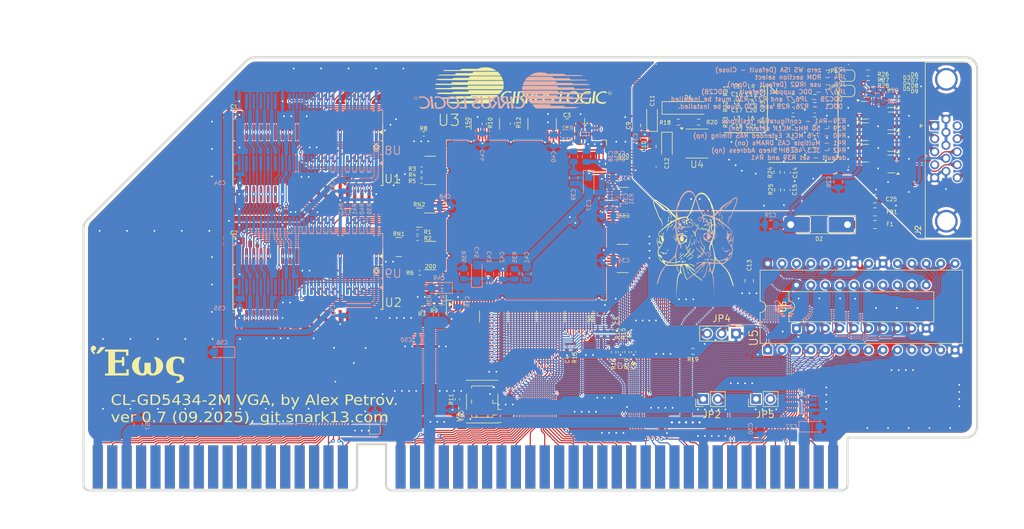
<source format=kicad_pcb>
(kicad_pcb
	(version 20241229)
	(generator "pcbnew")
	(generator_version "9.0")
	(general
		(thickness 1.6)
		(legacy_teardrops no)
	)
	(paper "A4")
	(title_block
		(title "Eos - Cirrus Logic CL5434-2M ISA VGA Card")
		(date "2025-08-09")
		(rev "1.0.2")
		(company "Alexander Petrov")
	)
	(layers
		(0 "F.Cu" signal)
		(2 "B.Cu" signal)
		(9 "F.Adhes" user "F.Adhesive")
		(11 "B.Adhes" user "B.Adhesive")
		(13 "F.Paste" user)
		(15 "B.Paste" user)
		(5 "F.SilkS" user "F.Silkscreen")
		(7 "B.SilkS" user "B.Silkscreen")
		(1 "F.Mask" user)
		(3 "B.Mask" user)
		(17 "Dwgs.User" user "User.Drawings")
		(19 "Cmts.User" user "User.Comments")
		(21 "Eco1.User" user "User.Eco1")
		(23 "Eco2.User" user "User.Eco2")
		(25 "Edge.Cuts" user)
		(27 "Margin" user)
		(31 "F.CrtYd" user "F.Courtyard")
		(29 "B.CrtYd" user "B.Courtyard")
		(35 "F.Fab" user)
		(33 "B.Fab" user)
	)
	(setup
		(stackup
			(layer "F.SilkS"
				(type "Top Silk Screen")
				(color "White")
			)
			(layer "F.Paste"
				(type "Top Solder Paste")
			)
			(layer "F.Mask"
				(type "Top Solder Mask")
				(color "Blue")
				(thickness 0.01)
			)
			(layer "F.Cu"
				(type "copper")
				(thickness 0.035)
			)
			(layer "dielectric 1"
				(type "core")
				(color "FR4 natural")
				(thickness 1.51)
				(material "FR4")
				(epsilon_r 4.5)
				(loss_tangent 0.02)
			)
			(layer "B.Cu"
				(type "copper")
				(thickness 0.035)
			)
			(layer "B.Mask"
				(type "Bottom Solder Mask")
				(color "Blue")
				(thickness 0.01)
			)
			(layer "B.Paste"
				(type "Bottom Solder Paste")
			)
			(layer "B.SilkS"
				(type "Bottom Silk Screen")
				(color "White")
			)
			(copper_finish "ENIG")
			(dielectric_constraints no)
		)
		(pad_to_mask_clearance 0)
		(allow_soldermask_bridges_in_footprints yes)
		(tenting front back)
		(pcbplotparams
			(layerselection 0x00000000_00000000_55555555_575555ff)
			(plot_on_all_layers_selection 0x00000000_00000000_00000000_02000000)
			(disableapertmacros no)
			(usegerberextensions yes)
			(usegerberattributes yes)
			(usegerberadvancedattributes yes)
			(creategerberjobfile yes)
			(dashed_line_dash_ratio 12.000000)
			(dashed_line_gap_ratio 3.000000)
			(svgprecision 4)
			(plotframeref no)
			(mode 1)
			(useauxorigin no)
			(hpglpennumber 1)
			(hpglpenspeed 20)
			(hpglpendiameter 15.000000)
			(pdf_front_fp_property_popups yes)
			(pdf_back_fp_property_popups yes)
			(pdf_metadata yes)
			(pdf_single_document no)
			(dxfpolygonmode yes)
			(dxfimperialunits yes)
			(dxfusepcbnewfont yes)
			(psnegative no)
			(psa4output no)
			(plot_black_and_white yes)
			(sketchpadsonfab no)
			(plotpadnumbers no)
			(hidednponfab no)
			(sketchdnponfab yes)
			(crossoutdnponfab yes)
			(subtractmaskfromsilk yes)
			(outputformat 1)
			(mirror no)
			(drillshape 0)
			(scaleselection 1)
			(outputdirectory "out/eos-0.3/")
		)
	)
	(net 0 "")
	(net 1 "/MD16")
	(net 2 "/MD17")
	(net 3 "/MD18")
	(net 4 "/MD19")
	(net 5 "/MD20")
	(net 6 "/MD21")
	(net 7 "/MD22")
	(net 8 "/MD23")
	(net 9 "/MD24")
	(net 10 "/MD25")
	(net 11 "/MD26")
	(net 12 "/MD27")
	(net 13 "/MD28")
	(net 14 "/MD29")
	(net 15 "/MD30")
	(net 16 "/MD31")
	(net 17 "/SD0")
	(net 18 "/SD1")
	(net 19 "/SD2")
	(net 20 "/SD3")
	(net 21 "/SD4")
	(net 22 "/SD5")
	(net 23 "/SD6")
	(net 24 "/SD7")
	(net 25 "/SD8")
	(net 26 "/SD9")
	(net 27 "/SD10")
	(net 28 "/SD11")
	(net 29 "/SD12")
	(net 30 "/SD13")
	(net 31 "/SD14")
	(net 32 "/SD15")
	(net 33 "/RESET")
	(net 34 "/LA23")
	(net 35 "/IOCHRDY")
	(net 36 "/LA22")
	(net 37 "/AEN")
	(net 38 "/BALE")
	(net 39 "/LA21")
	(net 40 "/LA20")
	(net 41 "/LA19")
	(net 42 "/LA18")
	(net 43 "/LA17")
	(net 44 "/SA16")
	(net 45 "/SA15")
	(net 46 "/SA14")
	(net 47 "/SA13")
	(net 48 "/SA12")
	(net 49 "/SA11")
	(net 50 "/SA10")
	(net 51 "/SA9")
	(net 52 "/SA8")
	(net 53 "/SA7")
	(net 54 "/SA6")
	(net 55 "/SA5")
	(net 56 "/SA4")
	(net 57 "/SA3")
	(net 58 "/SA2")
	(net 59 "/SA1")
	(net 60 "/SA0")
	(net 61 "/MD0")
	(net 62 "/MD1")
	(net 63 "/MD2")
	(net 64 "/MD3")
	(net 65 "/MD4")
	(net 66 "/MD5")
	(net 67 "/MD6")
	(net 68 "/MD7")
	(net 69 "VCC")
	(net 70 "RED")
	(net 71 "GREEN")
	(net 72 "BLUE")
	(net 73 "Net-(D1-A)")
	(net 74 "Net-(F1-Pad1)")
	(net 75 "MFILVDD")
	(net 76 "DACVSS")
	(net 77 "DACVDD")
	(net 78 "IREF")
	(net 79 "VFILVDD")
	(net 80 "MFILTER")
	(net 81 "VFILTER")
	(net 82 "/~{MEMW}")
	(net 83 "/~{MEMR}")
	(net 84 "/~{CAS3}")
	(net 85 "/~{IOR}")
	(net 86 "/~{CAS2}")
	(net 87 "/~{CAS0}")
	(net 88 "/~{WE}")
	(net 89 "/~{EROM}")
	(net 90 "/~{IOCS16}")
	(net 91 "/~{MCS16}")
	(net 92 "/~{SBHE}")
	(net 93 "/~{REFRESH}")
	(net 94 "/~{IOW}")
	(net 95 "/0WS")
	(net 96 "VSYNC")
	(net 97 "HSYNC")
	(net 98 "/RMA1")
	(net 99 "/RMA6")
	(net 100 "/RMA5")
	(net 101 "/RMA7")
	(net 102 "/RMA2")
	(net 103 "/RMA8")
	(net 104 "/RMA4")
	(net 105 "/~{RASM1}")
	(net 106 "/RMA3")
	(net 107 "/RMA0")
	(net 108 "/~{CAS4}")
	(net 109 "/MD38")
	(net 110 "/MD15")
	(net 111 "/MD14")
	(net 112 "/MD13")
	(net 113 "/MD12")
	(net 114 "/MD11")
	(net 115 "/MD10")
	(net 116 "/MD9")
	(net 117 "/MD8")
	(net 118 "/~{CAS5}")
	(net 119 "/MD34")
	(net 120 "/MD39")
	(net 121 "/MD43")
	(net 122 "/MD45")
	(net 123 "/MD44")
	(net 124 "/MD32")
	(net 125 "/MD35")
	(net 126 "/BOSC")
	(net 127 "unconnected-(J1--5V-Pad5)")
	(net 128 "unconnected-(J1-DRQ2-Pad6)")
	(net 129 "unconnected-(J1--12V-Pad7)")
	(net 130 "Net-(J1-UNUSED)")
	(net 131 "unconnected-(J1-+12V-Pad9)")
	(net 132 "unconnected-(J1-~{DACK3}-Pad15)")
	(net 133 "unconnected-(J1-DRQ3-Pad16)")
	(net 134 "unconnected-(J1-~{DACK1}-Pad17)")
	(net 135 "unconnected-(J1-DRQ1-Pad18)")
	(net 136 "unconnected-(J1-CLK-Pad20)")
	(net 137 "unconnected-(J1-IRQ7-Pad21)")
	(net 138 "unconnected-(J1-IRQ6-Pad22)")
	(net 139 "unconnected-(J1-IRQ5-Pad23)")
	(net 140 "unconnected-(J1-IRQ4-Pad24)")
	(net 141 "unconnected-(J1-IRQ3-Pad25)")
	(net 142 "unconnected-(J1-~{DACK2}-Pad26)")
	(net 143 "unconnected-(J1-TC-Pad27)")
	(net 144 "unconnected-(J1-IO-Pad32)")
	(net 145 "unconnected-(J1-BA19-Pad43)")
	(net 146 "unconnected-(J1-BA18-Pad44)")
	(net 147 "unconnected-(J1-BA17-Pad45)")
	(net 148 "unconnected-(J1-IRQ10-Pad65)")
	(net 149 "unconnected-(J1-IRQ11-Pad66)")
	(net 150 "unconnected-(J1-IRQ12-Pad67)")
	(net 151 "unconnected-(J1-IRQ15-Pad68)")
	(net 152 "unconnected-(J1-IRQ14-Pad69)")
	(net 153 "unconnected-(J1-~{DACK0}-Pad70)")
	(net 154 "unconnected-(J1-DRQ0-Pad71)")
	(net 155 "unconnected-(J1-~{DACK5}-Pad72)")
	(net 156 "unconnected-(J1-DRQ5-Pad73)")
	(net 157 "unconnected-(J1-~{DACK6}-Pad74)")
	(net 158 "unconnected-(J1-DRQ6-Pad75)")
	(net 159 "unconnected-(J1-~{DACK7}-Pad76)")
	(net 160 "unconnected-(J1-DRQ7-Pad77)")
	(net 161 "unconnected-(J1-MASTER-Pad79)")
	(net 162 "unconnected-(J1-~{MEMR}-Pad89)")
	(net 163 "unconnected-(J1-~{MEMW}-Pad90)")
	(net 164 "unconnected-(J2-Pad4)")
	(net 165 "unconnected-(J2-Pad11)")
	(net 166 "unconnected-(U1-NC-Pad11)")
	(net 167 "unconnected-(U1-NC-Pad12)")
	(net 168 "unconnected-(U1-NC-Pad15)")
	(net 169 "unconnected-(U1-NC-Pad30)")
	(net 170 "/MD41")
	(net 171 "/MD40")
	(net 172 "/MD42")
	(net 173 "/MD46")
	(net 174 "/MD47")
	(net 175 "GND")
	(net 176 "/MD37")
	(net 177 "/MD36")
	(net 178 "/MD33")
	(net 179 "Net-(U3-~{IOW})")
	(net 180 "Net-(U3-~{IOR})")
	(net 181 "Net-(U3-~{MEMR})")
	(net 182 "Net-(U3-~{MEMW})")
	(net 183 "/MD49")
	(net 184 "/MD52")
	(net 185 "/MD55")
	(net 186 "Net-(J1-IRQ2)")
	(net 187 "/IRQ2")
	(net 188 "Net-(C14-Pad1)")
	(net 189 "Net-(C15-Pad1)")
	(net 190 "Net-(C41-Pad1)")
	(net 191 "Net-(C19-Pad1)")
	(net 192 "Net-(C20-Pad1)")
	(net 193 "Net-(C21-Pad1)")
	(net 194 "Net-(C22-Pad1)")
	(net 195 "Net-(C23-Pad1)")
	(net 196 "Net-(C24-Pad1)")
	(net 197 "Net-(C25-Pad1)")
	(net 198 "Net-(C35-Pad1)")
	(net 199 "Net-(D2-K)")
	(net 200 "Net-(D3-K-Pad3)")
	(net 201 "Net-(D6-K-Pad3)")
	(net 202 "Net-(JP4-B)")
	(net 203 "Net-(JP4-C)")
	(net 204 "Net-(JP6-Pad2)")
	(net 205 "Net-(JP7-Pad2)")
	(net 206 "Net-(U3-MA3)")
	(net 207 "Net-(U3-MA4)")
	(net 208 "Net-(U3-~{CAS7})")
	(net 209 "Net-(U3-~{WE})")
	(net 210 "Net-(U3-~{RAS1})")
	(net 211 "Net-(U3-~{CAS5})")
	(net 212 "Net-(U3-~{CAS0})")
	(net 213 "/MD56")
	(net 214 "/MD51")
	(net 215 "/MD61")
	(net 216 "/MD59")
	(net 217 "/MD48")
	(net 218 "/MD63")
	(net 219 "/MD60")
	(net 220 "/MD57")
	(net 221 "/MD53")
	(net 222 "unconnected-(U2-NC-Pad11)")
	(net 223 "unconnected-(U2-NC-Pad30)")
	(net 224 "unconnected-(U2-NC-Pad15)")
	(net 225 "unconnected-(U2-NC-Pad12)")
	(net 226 "/MD54")
	(net 227 "/MD58")
	(net 228 "/MD50")
	(net 229 "/MD62")
	(net 230 "Net-(U3-~{CAS1})")
	(net 231 "Net-(U3-~{CAS4})")
	(net 232 "Net-(U3-~{CAS2})")
	(net 233 "Net-(U3-~{CAS3})")
	(net 234 "Net-(R14-Pad1)")
	(net 235 "Net-(R18-Pad2)")
	(net 236 "Net-(U3-~{TWR})")
	(net 237 "unconnected-(U3-RESERVED-Pad108)")
	(net 238 "unconnected-(U3-DCLK-Pad125)")
	(net 239 "unconnected-(U3-~{RAS0}{slash}~{OE}-Pad169)")
	(net 240 "unconnected-(U3-RESERVED-Pad61)")
	(net 241 "unconnected-(U3-RESERVED-Pad55)")
	(net 242 "unconnected-(U3-RESERVED-Pad62)")
	(net 243 "unconnected-(U3-~{BLANK}-Pad126)")
	(net 244 "unconnected-(U3-~{EVIDEO}-Pad120)")
	(net 245 "unconnected-(U3-RESERVED-Pad60)")
	(net 246 "unconnected-(U3-RESERVED-Pad59)")
	(net 247 "unconnected-(U3-RESERVED-Pad70)")
	(net 248 "unconnected-(U3-RESERVED-Pad68)")
	(net 249 "unconnected-(U3-RESERVED-Pad58)")
	(net 250 "unconnected-(U3-~{OVWR}-Pad109)")
	(net 251 "unconnected-(U3-P6-Pad117)")
	(net 252 "unconnected-(U3-P3-Pad113)")
	(net 253 "unconnected-(U3-P2-Pad112)")
	(net 254 "unconnected-(U3-P5-Pad116)")
	(net 255 "/~{RESET}")
	(net 256 "unconnected-(U3-RESERVED-Pad69)")
	(net 257 "unconnected-(U3-RESERVED-Pad63)")
	(net 258 "unconnected-(U3-P4-Pad115)")
	(net 259 "unconnected-(U3-P0-Pad110)")
	(net 260 "/OSC")
	(net 261 "unconnected-(Y&apos;1-NC-Pad1)")
	(net 262 "unconnected-(U3-RESERVED-Pad56)")
	(net 263 "/~{CAS1}")
	(net 264 "/~{CAS7}")
	(net 265 "/~{CAS6}")
	(net 266 "unconnected-(U3-P7-Pad118)")
	(net 267 "VDD")
	(net 268 "unconnected-(U3-RESERVED-Pad57)")
	(net 269 "/EECS")
	(net 270 "unconnected-(U3-MA9-Pad190)")
	(net 271 "/EEDI")
	(net 272 "unconnected-(U3-~{ESYNC}-Pad123)")
	(net 273 "/P1")
	(net 274 "unconnected-(U3-RESERVED-Pad54)")
	(net 275 "unconnected-(U3-MCLK-Pad16)")
	(net 276 "unconnected-(U3-~{EDCLK}-Pad122)")
	(net 277 "Net-(U5-D4)")
	(net 278 "Net-(U5-D7)")
	(net 279 "Net-(U5-D1)")
	(net 280 "Net-(U5-D5)")
	(net 281 "Net-(U5-D0)")
	(net 282 "Net-(U5-D3)")
	(net 283 "Net-(RN2B-R2.1)")
	(net 284 "Net-(RN2C-R3.1)")
	(net 285 "Net-(RN2D-R4.1)")
	(net 286 "Net-(RN2A-R1.1)")
	(net 287 "Net-(U5-D6)")
	(net 288 "Net-(U5-D2)")
	(net 289 "unconnected-(U8-NC-Pad15)")
	(net 290 "unconnected-(U8-NC-Pad12)")
	(net 291 "GNDREF")
	(net 292 "unconnected-(U8-NC-Pad30)")
	(net 293 "unconnected-(U8-NC-Pad11)")
	(net 294 "unconnected-(U9-NC-Pad11)")
	(net 295 "unconnected-(U9-NC-Pad15)")
	(net 296 "unconnected-(U9-NC-Pad30)")
	(net 297 "unconnected-(U9-NC-Pad12)")
	(net 298 "unconnected-(Y1-NC-Pad1)")
	(net 299 "Net-(RN1D-R4.1)")
	(net 300 "Net-(RN1A-R1.1)")
	(net 301 "Net-(RN1B-R2.1)")
	(net 302 "Net-(RN1C-R3.1)")
	(footprint "Package_SO_J-Lead:SOJ-40-Socket-LongPads" (layer "F.Cu") (at 112.59 78.602 180))
	(footprint "Package_SO_J-Lead:SOJ-40-Socket-LongPads" (layer "F.Cu") (at 112.59 56.775 180))
	(footprint "Connector_PinHeader_2.54mm:PinHeader_1x02_P2.54mm_Vertical" (layer "F.Cu") (at 182.9 98.2 90))
	(footprint "Capacitor_SMD:C_0805_2012Metric" (layer "F.Cu") (at 171.125 50.025 90))
	(footprint "Capacitor_SMD:C_0805_2012Metric" (layer "F.Cu") (at 158.875 49.575 180))
	(footprint "Capacitor_SMD:C_0603_1608Metric" (layer "F.Cu") (at 197.685 61.4 90))
	(footprint "Capacitor_SMD:C_0805_2012Metric" (layer "F.Cu") (at 173.85 53.7 -90))
	(footprint "Capacitor_Tantalum_SMD:CP_EIA-3216-18_Kemet-A" (layer "F.Cu") (at 173.875 48.75 90))
	(footprint "Capacitor_SMD:C_0805_2012Metric" (layer "F.Cu") (at 100.225 70.35 180))
	(footprint "Capacitor_SMD:C_0805_2012Metric" (layer "F.Cu") (at 191 77.35 -90))
	(footprint "Capacitor_SMD:C_0805_2012Metric" (layer "F.Cu") (at 213.1314 62.9158 180))
	(footprint "Diode_SMD:D_MELF-RM10_Universal_Handsoldering" (layer "F.Cu") (at 203.31 67.475 180))
	(footprint "Fuse:Fuse_0805_2012Metric_Pad1.15x1.40mm_HandSolder" (layer "F.Cu") (at 213.15 67.475 180))
	(footprint "Inductor_SMD:L_0805_2012Metric_Pad1.15x1.40mm_HandSolder" (layer "F.Cu") (at 213.15 65.225 180))
	(footprint "Resistor_SMD:R_0603_1608Metric" (layer "F.Cu") (at 178.5 49.425))
	(footprint "Resistor_SMD:R_0603_1608Metric" (layer "F.Cu") (at 182.075 49.425 180))
	(footprint "Resistor_SMD:R_0603_1608Metric" (layer "F.Cu") (at 195.885 58.25 -90))
	(footprint "Resistor_SMD:R_0603_1608Metric" (layer "F.Cu") (at 196.01 61.35 90))
	(footprint "Package_SO:SOIC-8_3.9x4.9mm_P1.27mm" (layer "F.Cu") (at 181.8 53.2))
	(footprint "Connector_PCBEdge:BUS_AT" (layer "F.Cu") (at 205.7659 110.17758))
	(footprint "Connector_PinHeader_2.54mm:PinHeader_1x03_P2.54mm_Vertical" (layer "F.Cu") (at 188.665 86.675 -90))
	(footprint "Capacitor_SMD:C_0805_2012Metric" (layer "F.Cu") (at 100.225 48.125 180))
	(footprint "Inductor_SMD:L_0805_2012Metric_Pad1.15x1.40mm_HandSolder" (layer "F.Cu") (at 202.55798 49.196256))
	(footprint "Inductor_SMD:L_0805_2012Metric_Pad1.15x1.40mm_HandSolder" (layer "F.Cu") (at 198.72142 45.26586))
	(footprint "Inductor_SMD:L_0805_2012Metric_Pad1.15x1.40mm_HandSolder" (layer "F.Cu") (at 198.72142 49.19524))
	(footprint "Inductor_SMD:L_0805_2012Metric_Pad1.15x1.40mm_HandSolder" (layer "F.Cu") (at 198.72142 53.15764))
	(footprint "Inductor_SMD:L_0805_2012Metric_Pad1.15x1.40mm_HandSolder" (layer "F.Cu") (at 202.55798 53.16272))
	(footprint "Inductor_SMD:L_0805_2012Metric_Pad1.15x1.40mm_HandSolder" (layer "F.Cu") (at 202.55798 45.26586))
	(footprint "Resistor_SMD:R_0603_1608Metric" (layer "F.Cu") (at 195.84984 54.18242 -90))
	(footprint "Resistor_SMD:R_0603_1608Metric" (layer "F.Cu") (at 195.84984 46.29064 90))
	(footprint "Resistor_SMD:R_0603_1608Metric" (layer "F.Cu") (at 195.84984 50.22002 -90))
	(footprint "Capacitor_SMD:C_0603_1608Metric" (layer "F.Cu") (at 202.55798 51.2374))
	(footprint "Capacitor_SMD:C_0603_1608Metric" (layer "F.Cu") (at 198.7212 51.24248))
	(footprint "Capacitor_SMD:C_0603_1608Metric" (layer "F.Cu") (at 202.5576 47.2877))
	(footprint "Capacitor_SMD:C_0603_1608Metric" (layer "F.Cu") (at 202.55798 55.22012))
	(footprint "Capacitor_SMD:C_0603_1608Metric"
		(layer "F.Cu")
		(uuid "00000000-0000-0000-0000-00005ef3c403")
		(at 198.71458 47.27754)
		(descr "Capacitor SMD 0603 (1608 Metric), square (rectangular) end terminal, IPC_7351 nominal, (Body size source: IPC-SM-782 page 76, https://www.pcb-3d.com/wordpress/wp-content/uploads/ipc-sm-782a_amendment_1_and_2.pdf), generated with kicad-footprint-generator")
		(tags "capacitor")
		(property "Reference" "C16"
			(at -9.88958 -2.76354 180)
			(layer "F.SilkS")
			(uuid "a3d19f27-dbf5-4540-a57a-954bec8c0fd1")
			(effects
				(font
					(size 0.7 0.7)
					(thickness 0.1)
				)
			)
		)
		(property "Value" "22"
			(at 0 1.43 0)
			(layer "F.Fab")
			(uuid "90884f9e-4e0c-46ff-b78c-4af1dad8
... [3701542 chars truncated]
</source>
